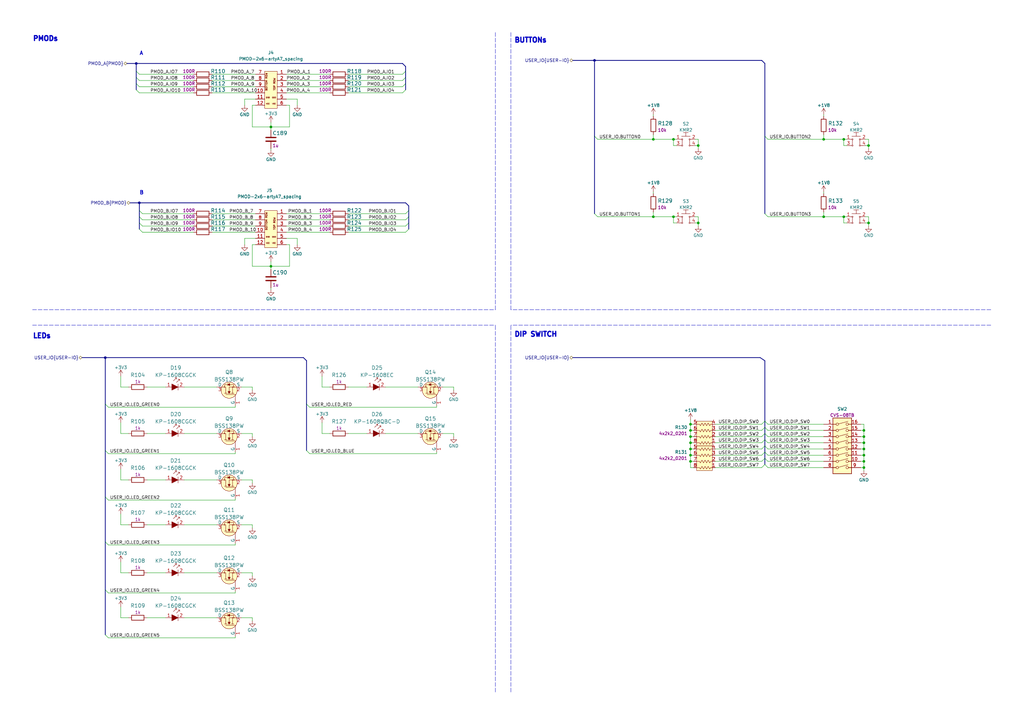
<source format=kicad_sch>
(kicad_sch (version 20211123) (generator eeschema)
  (paper "A3")
  (title_block (title "K410T devboard") (date "2022-12-20") (rev "0.0.99"))
  (junction (at 276.225 57.15))
  (junction (at 283.21 184.15))
  (junction (at 57.15 83.185))
  (junction (at 283.21 189.23))
  (junction (at 283.21 173.99))
  (junction (at 267.97 57.15))
  (junction (at 354.33 176.53))
  (junction (at 111.125 109.22))
  (junction (at 346.075 88.9))
  (junction (at 337.82 57.15))
  (junction (at 346.075 57.15))
  (junction (at 276.225 88.9))
  (junction (at 354.33 179.07))
  (junction (at 283.21 179.07))
  (junction (at 55.88 26.035))
  (junction (at 286.385 91.44))
  (junction (at 354.33 191.77))
  (junction (at 283.21 181.61))
  (junction (at 356.235 59.69))
  (junction (at 354.33 189.23))
  (junction (at 283.21 176.53))
  (junction (at 43.18 146.685))
  (junction (at 286.385 59.69))
  (junction (at 354.33 186.69))
  (junction (at 243.84 24.765))
  (junction (at 267.97 88.9))
  (junction (at 354.33 181.61))
  (junction (at 356.235 91.44))
  (junction (at 283.21 186.69))
  (junction (at 337.82 88.9))
  (junction (at 354.33 184.15))
  (junction (at 111.125 52.07))
  (bus_entry (at 55.88 36.83) (size 1.27 1.27))
  (bus_entry (at 167.64 91.44) (size -1.27 1.27))
  (bus_entry (at 125.73 165.735) (size 1.27 1.27))
  (bus_entry (at 57.15 86.36) (size 1.27 1.27))
  (bus_entry (at 55.88 29.21) (size 1.27 1.27))
  (bus_entry (at 43.18 241.935) (size 1.27 1.27))
  (bus_entry (at 313.69 190.5) (size -1.27 1.27))
  (bus_entry (at 313.69 185.42) (size 1.27 1.27))
  (bus_entry (at 313.69 177.8) (size -1.27 1.27))
  (bus_entry (at 166.37 36.83) (size -1.27 1.27))
  (bus_entry (at 55.88 31.75) (size 1.27 1.27))
  (bus_entry (at 313.69 180.34) (size -1.27 1.27))
  (bus_entry (at 166.37 31.75) (size -1.27 1.27))
  (bus_entry (at 313.69 187.96) (size 1.27 1.27))
  (bus_entry (at 313.69 180.34) (size 1.27 1.27))
  (bus_entry (at 125.73 184.785) (size 1.27 1.27))
  (bus_entry (at 313.69 175.26) (size 1.27 1.27))
  (bus_entry (at 313.69 87.63) (size 1.27 1.27))
  (bus_entry (at 55.88 34.29) (size 1.27 1.27))
  (bus_entry (at 313.69 175.26) (size -1.27 1.27))
  (bus_entry (at 167.64 86.36) (size -1.27 1.27))
  (bus_entry (at 167.64 88.9) (size -1.27 1.27))
  (bus_entry (at 166.37 29.21) (size -1.27 1.27))
  (bus_entry (at 313.69 187.96) (size -1.27 1.27))
  (bus_entry (at 313.69 172.72) (size -1.27 1.27))
  (bus_entry (at 313.69 172.72) (size 1.27 1.27))
  (bus_entry (at 313.69 182.88) (size -1.27 1.27))
  (bus_entry (at 43.18 203.835) (size 1.27 1.27))
  (bus_entry (at 43.18 260.35) (size 1.27 1.27))
  (bus_entry (at 313.69 190.5) (size 1.27 1.27))
  (bus_entry (at 313.69 182.88) (size 1.27 1.27))
  (bus_entry (at 167.64 93.98) (size -1.27 1.27))
  (bus_entry (at 43.18 222.25) (size 1.27 1.27))
  (bus_entry (at 57.15 91.44) (size 1.27 1.27))
  (bus_entry (at 313.69 55.88) (size 1.27 1.27))
  (bus_entry (at 43.18 184.785) (size 1.27 1.27))
  (bus_entry (at 313.69 185.42) (size -1.27 1.27))
  (bus_entry (at 243.84 87.63) (size 1.27 1.27))
  (bus_entry (at 313.69 177.8) (size 1.27 1.27))
  (bus_entry (at 243.84 55.88) (size 1.27 1.27))
  (bus_entry (at 166.37 34.29) (size -1.27 1.27))
  (bus_entry (at 57.15 88.9) (size 1.27 1.27))
  (bus_entry (at 43.18 165.735) (size 1.27 1.27))
  (bus_entry (at 57.15 93.98) (size 1.27 1.27))
  (wire (pts (xy 356.235 57.15) (xy 356.235 59.69)))
  (bus (pts (xy 55.88 31.75) (xy 55.88 29.21)))
  (wire (pts (xy 111.125 109.22) (xy 118.745 109.22)))
  (bus (pts (xy 43.18 184.785) (xy 43.18 203.835)))
  (wire (pts (xy 100.33 40.64) (xy 100.33 43.18)))
  (wire (pts (xy 44.45 243.205) (xy 96.52 243.205)))
  (wire (pts (xy 283.21 189.23) (xy 283.21 191.77)))
  (wire (pts (xy 354.33 173.99) (xy 354.33 176.53)))
  (bus (pts (xy 243.84 55.88) (xy 243.84 87.63)))
  (wire (pts (xy 186.055 158.75) (xy 186.055 160.02)))
  (wire (pts (xy 181.61 158.75) (xy 186.055 158.75)))
  (wire (pts (xy 142.875 90.17) (xy 166.37 90.17)))
  (bus (pts (xy 312.42 24.765) (xy 313.69 26.035)))
  (polyline (pts (xy 203.2 13.335) (xy 203.2 127)))
  (wire (pts (xy 353.06 181.61) (xy 354.33 181.61)))
  (wire (pts (xy 117.475 35.56) (xy 135.255 35.56)))
  (wire (pts (xy 44.45 205.105) (xy 96.52 205.105)))
  (wire (pts (xy 121.92 97.79) (xy 121.92 100.33)))
  (wire (pts (xy 99.06 215.265) (xy 103.505 215.265)))
  (wire (pts (xy 86.995 95.25) (xy 104.775 95.25)))
  (wire (pts (xy 58.42 87.63) (xy 79.375 87.63)))
  (wire (pts (xy 103.505 52.07) (xy 111.125 52.07)))
  (wire (pts (xy 100.33 97.79) (xy 100.33 100.33)))
  (wire (pts (xy 111.125 118.11) (xy 111.125 118.745)))
  (wire (pts (xy 284.48 191.77) (xy 283.21 191.77)))
  (polyline (pts (xy 209.55 13.335) (xy 209.55 127)))
  (wire (pts (xy 52.705 177.8) (xy 49.53 177.8)))
  (wire (pts (xy 52.705 196.85) (xy 49.53 196.85)))
  (wire (pts (xy 356.235 59.69) (xy 356.235 60.96)))
  (wire (pts (xy 117.475 87.63) (xy 135.255 87.63)))
  (wire (pts (xy 353.06 189.23) (xy 354.33 189.23)))
  (polyline (pts (xy 209.55 283.845) (xy 209.55 133.35)))
  (wire (pts (xy 118.745 100.33) (xy 117.475 100.33)))
  (wire (pts (xy 96.52 185.42) (xy 96.52 186.055)))
  (wire (pts (xy 353.06 186.69) (xy 354.33 186.69)))
  (bus (pts (xy 53.34 83.185) (xy 57.15 83.185)))
  (bus (pts (xy 43.18 203.835) (xy 43.18 222.25)))
  (wire (pts (xy 346.075 57.15) (xy 346.075 59.69)))
  (bus (pts (xy 166.37 31.75) (xy 166.37 34.29)))
  (wire (pts (xy 276.225 91.44) (xy 277.495 91.44)))
  (wire (pts (xy 284.48 189.23) (xy 283.21 189.23)))
  (wire (pts (xy 103.505 196.85) (xy 103.505 198.12)))
  (wire (pts (xy 142.875 177.8) (xy 150.495 177.8)))
  (wire (pts (xy 284.48 184.15) (xy 283.21 184.15)))
  (wire (pts (xy 354.965 91.44) (xy 356.235 91.44)))
  (wire (pts (xy 127 186.055) (xy 179.07 186.055)))
  (wire (pts (xy 103.505 158.75) (xy 103.505 160.02)))
  (wire (pts (xy 57.15 30.48) (xy 79.375 30.48)))
  (wire (pts (xy 354.33 176.53) (xy 354.33 179.07)))
  (wire (pts (xy 284.48 176.53) (xy 283.21 176.53)))
  (wire (pts (xy 337.82 55.245) (xy 337.82 57.15)))
  (bus (pts (xy 167.64 84.455) (xy 167.64 86.36)))
  (wire (pts (xy 49.53 210.82) (xy 49.53 215.265)))
  (wire (pts (xy 111.125 109.22) (xy 111.125 110.49)))
  (wire (pts (xy 52.705 253.365) (xy 49.53 253.365)))
  (polyline (pts (xy 406.4 133.35) (xy 209.55 133.35)))
  (wire (pts (xy 75.565 234.95) (xy 88.9 234.95)))
  (wire (pts (xy 267.97 86.995) (xy 267.97 88.9)))
  (wire (pts (xy 99.06 234.95) (xy 103.505 234.95)))
  (wire (pts (xy 117.475 92.71) (xy 135.255 92.71)))
  (wire (pts (xy 283.21 184.15) (xy 283.21 186.69)))
  (wire (pts (xy 117.475 90.17) (xy 135.255 90.17)))
  (bus (pts (xy 55.88 34.29) (xy 55.88 31.75)))
  (wire (pts (xy 44.45 167.005) (xy 96.52 167.005)))
  (wire (pts (xy 284.48 186.69) (xy 283.21 186.69)))
  (bus (pts (xy 124.46 146.685) (xy 125.73 147.955)))
  (wire (pts (xy 284.48 173.99) (xy 283.21 173.99)))
  (wire (pts (xy 75.565 177.8) (xy 88.9 177.8)))
  (wire (pts (xy 276.225 59.69) (xy 277.495 59.69)))
  (wire (pts (xy 104.775 40.64) (xy 100.33 40.64)))
  (wire (pts (xy 314.96 181.61) (xy 337.82 181.61)))
  (bus (pts (xy 166.37 34.29) (xy 166.37 36.83)))
  (wire (pts (xy 179.07 185.42) (xy 179.07 186.055)))
  (bus (pts (xy 313.69 187.96) (xy 313.69 190.5)))
  (wire (pts (xy 314.96 184.15) (xy 337.82 184.15)))
  (wire (pts (xy 276.225 57.15) (xy 276.225 59.69)))
  (wire (pts (xy 52.705 158.75) (xy 49.53 158.75)))
  (wire (pts (xy 293.37 179.07) (xy 312.42 179.07)))
  (wire (pts (xy 75.565 158.75) (xy 88.9 158.75)))
  (wire (pts (xy 104.775 100.33) (xy 103.505 100.33)))
  (wire (pts (xy 60.325 177.8) (xy 67.945 177.8)))
  (bus (pts (xy 313.69 182.88) (xy 313.69 180.34)))
  (wire (pts (xy 337.82 88.9) (xy 346.075 88.9)))
  (wire (pts (xy 337.82 57.15) (xy 346.075 57.15)))
  (wire (pts (xy 111.125 60.96) (xy 111.125 61.595)))
  (wire (pts (xy 86.995 87.63) (xy 104.775 87.63)))
  (wire (pts (xy 57.15 33.02) (xy 79.375 33.02)))
  (wire (pts (xy 96.52 166.37) (xy 96.52 167.005)))
  (bus (pts (xy 313.69 185.42) (xy 313.69 182.88)))
  (wire (pts (xy 354.33 184.15) (xy 354.33 186.69)))
  (wire (pts (xy 96.52 242.57) (xy 96.52 243.205)))
  (wire (pts (xy 96.52 260.985) (xy 96.52 261.62)))
  (wire (pts (xy 283.21 172.085) (xy 283.21 173.99)))
  (wire (pts (xy 127 167.005) (xy 179.07 167.005)))
  (wire (pts (xy 142.875 33.02) (xy 165.1 33.02)))
  (bus (pts (xy 243.84 24.765) (xy 243.84 55.88)))
  (wire (pts (xy 186.055 177.8) (xy 186.055 179.07)))
  (bus (pts (xy 43.18 222.25) (xy 43.18 241.935)))
  (bus (pts (xy 43.18 146.685) (xy 124.46 146.685)))
  (wire (pts (xy 245.11 57.15) (xy 267.97 57.15)))
  (bus (pts (xy 57.15 88.9) (xy 57.15 86.36)))
  (wire (pts (xy 142.875 87.63) (xy 166.37 87.63)))
  (wire (pts (xy 314.96 191.77) (xy 337.82 191.77)))
  (wire (pts (xy 354.33 186.69) (xy 354.33 189.23)))
  (wire (pts (xy 158.115 158.75) (xy 171.45 158.75)))
  (wire (pts (xy 118.745 52.07) (xy 118.745 43.18)))
  (wire (pts (xy 135.255 158.75) (xy 132.08 158.75)))
  (wire (pts (xy 347.345 57.15) (xy 346.075 57.15)))
  (bus (pts (xy 166.37 27.305) (xy 165.1 26.035)))
  (wire (pts (xy 75.565 196.85) (xy 88.9 196.85)))
  (wire (pts (xy 111.125 50.165) (xy 111.125 52.07)))
  (wire (pts (xy 60.325 196.85) (xy 67.945 196.85)))
  (wire (pts (xy 346.075 88.9) (xy 346.075 91.44)))
  (wire (pts (xy 142.875 158.75) (xy 150.495 158.75)))
  (wire (pts (xy 353.06 179.07) (xy 354.33 179.07)))
  (bus (pts (xy 55.88 36.83) (xy 55.88 34.29)))
  (bus (pts (xy 166.37 83.185) (xy 57.15 83.185)))
  (wire (pts (xy 117.475 97.79) (xy 121.92 97.79)))
  (wire (pts (xy 99.06 196.85) (xy 103.505 196.85)))
  (wire (pts (xy 293.37 191.77) (xy 312.42 191.77)))
  (wire (pts (xy 103.505 234.95) (xy 103.505 236.22)))
  (bus (pts (xy 57.15 93.98) (xy 57.15 91.44)))
  (wire (pts (xy 285.115 59.69) (xy 286.385 59.69)))
  (wire (pts (xy 96.52 222.885) (xy 96.52 223.52)))
  (wire (pts (xy 58.42 95.25) (xy 79.375 95.25)))
  (polyline (pts (xy 13.335 133.35) (xy 203.2 133.35)))
  (bus (pts (xy 43.18 146.685) (xy 43.18 165.735)))
  (bus (pts (xy 243.84 24.765) (xy 312.42 24.765)))
  (bus (pts (xy 125.73 147.955) (xy 125.73 165.735)))
  (bus (pts (xy 43.18 241.935) (xy 43.18 260.35)))
  (wire (pts (xy 314.96 57.15) (xy 337.82 57.15)))
  (bus (pts (xy 43.18 165.735) (xy 43.18 184.785)))
  (bus (pts (xy 52.07 26.035) (xy 55.88 26.035)))
  (wire (pts (xy 99.06 253.365) (xy 103.505 253.365)))
  (wire (pts (xy 283.21 179.07) (xy 283.21 181.61)))
  (wire (pts (xy 293.37 173.99) (xy 312.42 173.99)))
  (wire (pts (xy 181.61 177.8) (xy 186.055 177.8)))
  (wire (pts (xy 284.48 179.07) (xy 283.21 179.07)))
  (wire (pts (xy 293.37 184.15) (xy 312.42 184.15)))
  (wire (pts (xy 117.475 38.1) (xy 135.255 38.1)))
  (wire (pts (xy 57.15 38.1) (xy 79.375 38.1)))
  (wire (pts (xy 354.33 189.23) (xy 354.33 191.77)))
  (wire (pts (xy 99.06 158.75) (xy 103.505 158.75)))
  (wire (pts (xy 117.475 40.64) (xy 121.92 40.64)))
  (wire (pts (xy 286.385 88.9) (xy 286.385 91.44)))
  (wire (pts (xy 57.15 35.56) (xy 79.375 35.56)))
  (wire (pts (xy 103.505 100.33) (xy 103.505 109.22)))
  (bus (pts (xy 125.73 165.735) (xy 125.73 184.785)))
  (wire (pts (xy 58.42 90.17) (xy 79.375 90.17)))
  (wire (pts (xy 346.075 59.69) (xy 347.345 59.69)))
  (wire (pts (xy 283.21 173.99) (xy 283.21 176.53)))
  (wire (pts (xy 286.385 91.44) (xy 286.385 92.71)))
  (wire (pts (xy 60.325 215.265) (xy 67.945 215.265)))
  (wire (pts (xy 353.06 191.77) (xy 354.33 191.77)))
  (wire (pts (xy 314.96 176.53) (xy 337.82 176.53)))
  (wire (pts (xy 111.125 52.07) (xy 111.125 53.34)))
  (bus (pts (xy 313.69 55.88) (xy 313.69 26.035)))
  (wire (pts (xy 276.225 88.9) (xy 276.225 91.44)))
  (wire (pts (xy 283.21 176.53) (xy 283.21 179.07)))
  (wire (pts (xy 44.45 261.62) (xy 96.52 261.62)))
  (wire (pts (xy 179.07 166.37) (xy 179.07 167.005)))
  (bus (pts (xy 313.69 172.72) (xy 313.69 147.955)))
  (wire (pts (xy 353.06 173.99) (xy 354.33 173.99)))
  (wire (pts (xy 142.875 30.48) (xy 165.1 30.48)))
  (wire (pts (xy 60.325 158.75) (xy 67.945 158.75)))
  (bus (pts (xy 234.95 146.685) (xy 311.785 146.685)))
  (wire (pts (xy 132.08 154.305) (xy 132.08 158.75)))
  (wire (pts (xy 354.33 181.61) (xy 354.33 184.15)))
  (wire (pts (xy 117.475 30.48) (xy 135.255 30.48)))
  (wire (pts (xy 60.325 253.365) (xy 67.945 253.365)))
  (bus (pts (xy 165.1 26.035) (xy 55.88 26.035)))
  (wire (pts (xy 118.745 109.22) (xy 118.745 100.33)))
  (polyline (pts (xy 203.2 283.845) (xy 203.2 133.35)))
  (wire (pts (xy 103.505 177.8) (xy 103.505 179.07)))
  (wire (pts (xy 286.385 57.15) (xy 286.385 59.69)))
  (wire (pts (xy 293.37 186.69) (xy 312.42 186.69)))
  (wire (pts (xy 158.115 177.8) (xy 171.45 177.8)))
  (wire (pts (xy 347.345 88.9) (xy 346.075 88.9)))
  (wire (pts (xy 142.875 92.71) (xy 166.37 92.71)))
  (bus (pts (xy 234.95 24.765) (xy 243.84 24.765)))
  (bus (pts (xy 311.785 146.685) (xy 313.69 147.955)))
  (wire (pts (xy 99.06 177.8) (xy 103.505 177.8)))
  (wire (pts (xy 284.48 181.61) (xy 283.21 181.61)))
  (wire (pts (xy 96.52 204.47) (xy 96.52 205.105)))
  (wire (pts (xy 103.505 215.265) (xy 103.505 216.535)))
  (wire (pts (xy 52.705 215.265) (xy 49.53 215.265)))
  (wire (pts (xy 86.995 38.1) (xy 104.775 38.1)))
  (wire (pts (xy 267.97 46.99) (xy 267.97 47.625)))
  (wire (pts (xy 286.385 59.69) (xy 286.385 60.96)))
  (wire (pts (xy 52.705 234.95) (xy 49.53 234.95)))
  (wire (pts (xy 267.97 55.245) (xy 267.97 57.15)))
  (wire (pts (xy 283.21 186.69) (xy 283.21 189.23)))
  (wire (pts (xy 356.235 88.9) (xy 356.235 91.44)))
  (wire (pts (xy 86.995 30.48) (xy 104.775 30.48)))
  (wire (pts (xy 314.96 189.23) (xy 337.82 189.23)))
  (bus (pts (xy 313.69 180.34) (xy 313.69 177.8)))
  (wire (pts (xy 267.97 88.9) (xy 276.225 88.9)))
  (wire (pts (xy 142.875 95.25) (xy 166.37 95.25)))
  (bus (pts (xy 57.15 91.44) (xy 57.15 88.9)))
  (bus (pts (xy 33.655 146.685) (xy 43.18 146.685)))
  (bus (pts (xy 313.69 187.96) (xy 313.69 185.42)))
  (wire (pts (xy 118.745 43.18) (xy 117.475 43.18)))
  (bus (pts (xy 313.69 177.8) (xy 313.69 175.26)))
  (wire (pts (xy 44.45 223.52) (xy 96.52 223.52)))
  (wire (pts (xy 49.53 173.355) (xy 49.53 177.8)))
  (bus (pts (xy 313.69 175.26) (xy 313.69 172.72)))
  (wire (pts (xy 103.505 253.365) (xy 103.505 254.635)))
  (wire (pts (xy 337.82 78.74) (xy 337.82 79.375)))
  (wire (pts (xy 314.96 173.99) (xy 337.82 173.99)))
  (bus (pts (xy 166.37 29.21) (xy 166.37 31.75)))
  (wire (pts (xy 58.42 92.71) (xy 79.375 92.71)))
  (wire (pts (xy 293.37 176.53) (xy 312.42 176.53)))
  (wire (pts (xy 111.125 107.315) (xy 111.125 109.22)))
  (wire (pts (xy 111.125 52.07) (xy 118.745 52.07)))
  (wire (pts (xy 49.53 230.505) (xy 49.53 234.95)))
  (wire (pts (xy 354.33 191.77) (xy 354.33 193.04)))
  (wire (pts (xy 314.96 186.69) (xy 337.82 186.69)))
  (bus (pts (xy 167.64 91.44) (xy 167.64 93.98)))
  (wire (pts (xy 346.075 91.44) (xy 347.345 91.44)))
  (wire (pts (xy 49.53 248.92) (xy 49.53 253.365)))
  (wire (pts (xy 354.33 179.07) (xy 354.33 181.61)))
  (wire (pts (xy 267.97 78.74) (xy 267.97 79.375)))
  (wire (pts (xy 356.235 91.44) (xy 356.235 92.71)))
  (wire (pts (xy 75.565 253.365) (xy 88.9 253.365)))
  (wire (pts (xy 86.995 92.71) (xy 104.775 92.71)))
  (wire (pts (xy 86.995 90.17) (xy 104.775 90.17)))
  (wire (pts (xy 117.475 33.02) (xy 135.255 33.02)))
  (wire (pts (xy 121.92 40.64) (xy 121.92 43.18)))
  (bus (pts (xy 167.64 86.36) (xy 167.64 88.9)))
  (wire (pts (xy 132.08 173.355) (xy 132.08 177.8)))
  (wire (pts (xy 86.995 35.56) (xy 104.775 35.56)))
  (wire (pts (xy 49.53 192.405) (xy 49.53 196.85)))
  (wire (pts (xy 135.255 177.8) (xy 132.08 177.8)))
  (polyline (pts (xy 13.335 127) (xy 203.2 127)))
  (wire (pts (xy 285.115 57.15) (xy 286.385 57.15)))
  (wire (pts (xy 293.37 181.61) (xy 312.42 181.61)))
  (wire (pts (xy 337.82 86.995) (xy 337.82 88.9)))
  (wire (pts (xy 353.06 184.15) (xy 354.33 184.15)))
  (wire (pts (xy 277.495 88.9) (xy 276.225 88.9)))
  (wire (pts (xy 337.82 46.99) (xy 337.82 47.625)))
  (wire (pts (xy 285.115 88.9) (xy 286.385 88.9)))
  (wire (pts (xy 60.325 234.95) (xy 67.945 234.95)))
  (wire (pts (xy 103.505 109.22) (xy 111.125 109.22)))
  (wire (pts (xy 44.45 186.055) (xy 96.52 186.055)))
  (polyline (pts (xy 406.4 127) (xy 209.55 127)))
  (wire (pts (xy 104.775 97.79) (xy 100.33 97.79)))
  (wire (pts (xy 245.11 88.9) (xy 267.97 88.9)))
  (bus (pts (xy 57.15 86.36) (xy 57.15 83.185)))
  (bus (pts (xy 55.88 29.21) (xy 55.88 26.035)))
  (wire (pts (xy 283.21 181.61) (xy 283.21 184.15)))
  (wire (pts (xy 354.965 59.69) (xy 356.235 59.69)))
  (wire (pts (xy 49.53 154.305) (xy 49.53 158.75)))
  (wire (pts (xy 267.97 57.15) (xy 276.225 57.15)))
  (bus (pts (xy 166.37 27.305) (xy 166.37 29.21)))
  (wire (pts (xy 142.875 38.1) (xy 165.1 38.1)))
  (bus (pts (xy 167.64 88.9) (xy 167.64 91.44)))
  (wire (pts (xy 354.965 57.15) (xy 356.235 57.15)))
  (wire (pts (xy 86.995 33.02) (xy 104.775 33.02)))
  (wire (pts (xy 75.565 215.265) (xy 88.9 215.265)))
  (wire (pts (xy 277.495 57.15) (xy 276.225 57.15)))
  (wire (pts (xy 104.775 43.18) (xy 103.505 43.18)))
  (bus (pts (xy 313.69 87.63) (xy 313.69 55.88)))
  (wire (pts (xy 293.37 189.23) (xy 312.42 189.23)))
  (wire (pts (xy 117.475 95.25) (xy 135.255 95.25)))
  (wire (pts (xy 103.505 43.18) (xy 103.505 52.07)))
  (wire (pts (xy 314.96 179.07) (xy 337.82 179.07)))
  (wire (pts (xy 353.06 176.53) (xy 354.33 176.53)))
  (wire (pts (xy 314.96 88.9) (xy 337.82 88.9)))
  (bus (pts (xy 167.64 84.455) (xy 166.37 83.185)))
  (wire (pts (xy 285.115 91.44) (xy 286.385 91.44)))
  (wire (pts (xy 354.965 88.9) (xy 356.235 88.9)))
  (wire (pts (xy 142.875 35.56) (xy 165.1 35.56)))
  (text "DIP SWITCH" (at 210.82 138.43 0) (effects (font (size 2 2) (thickness 0.5994) bold) (justify left bottom)))
  (text "LEDs" (at 13.335 139.065 0) (effects (font (size 2 2) (thickness 0.5994) bold) (justify left bottom)))
  (text "A" (at 57.15 22.86 0) (effects (font (size 1.5 1.5) (thickness 0.3) bold) (justify left bottom)))
  (text "PMODs" (at 13.335 17.145 0) (effects (font (size 2 2) (thickness 0.5994) bold) (justify left bottom)))
  (text "BUTTONs" (at 210.82 17.78 0) (effects (font (size 2 2) (thickness 0.5994) bold) (justify left bottom)))
  (text "B" (at 57.15 80.01 0) (effects (font (size 1.5 1.5) (thickness 0.3) bold) (justify left bottom)))
  (label "USER_IO.DIP_SW4" (at 315.595 184.15 0))
  (label "USER_IO.LED_GREEN0" (at 45.085 167.005 0))
  (label "PMOD_A.IO1" (at 150.495 30.48 0))
  (label "USER_IO.DIP_SW4" (at 294.64 184.15 0))
  (label "PMOD_B.IO7" (at 61.595 87.63 0))
  (label "PMOD_A_7" (at 94.615 30.48 0))
  (label "PMOD_A.IO2" (at 150.495 33.02 0))
  (label "USER_IO.DIP_SW7" (at 315.595 191.77 0))
  (label "PMOD_B_10" (at 93.98 95.25 0))
  (label "USER_IO.DIP_SW6" (at 294.64 189.23 0))
  (label "PMOD_A.IO8" (at 61.595 33.02 0))
  (label "PMOD_A_1" (at 117.6788 30.48 0))
  (label "USER_IO.DIP_SW3" (at 315.595 181.61 0))
  (label "USER_IO.DIP_SW5" (at 294.64 186.69 0))
  (label "PMOD_B_4" (at 118.11 95.25 0))
  (label "PMOD_A_8" (at 94.615 33.02 0))
  (label "PMOD_B_1" (at 118.11 87.63 0))
  (label "PMOD_A_10" (at 94.615 38.1 0))
  (label "PMOD_A.IO9" (at 61.595 35.56 0))
  (label "USER_IO.BUTTON3" (at 315.595 88.9 0))
  (label "USER_IO.DIP_SW2" (at 315.595 179.07 0))
  (label "PMOD_A_3" (at 117.475 35.56 0))
  (label "USER_IO.LED_GREEN5" (at 45.085 261.62 0))
  (label "PMOD_A_4" (at 117.475 38.1 0))
  (label "PMOD_B.IO9" (at 61.595 92.71 0))
  (label "USER_IO.BUTTON2" (at 315.595 57.15 0))
  (label "USER_IO.DIP_SW7" (at 294.64 191.77 0))
  (label "PMOD_A.IO7" (at 61.595 30.48 0))
  (label "USER_IO.DIP_SW1" (at 315.595 176.53 0))
  (label "USER_IO.LED_GREEN1" (at 45.085 186.055 0))
  (label "USER_IO.BUTTON0" (at 245.745 57.15 0))
  (label "USER_IO.LED_GREEN3" (at 45.085 223.52 0))
  (label "USER_IO.LED_GREEN4" (at 45.085 243.205 0))
  (label "PMOD_A_9" (at 94.615 35.56 0))
  (label "USER_IO.DIP_SW0" (at 315.595 173.99 0))
  (label "PMOD_B_8" (at 93.98 90.17 0))
  (label "USER_IO.DIP_SW5" (at 315.595 186.69 0))
  (label "USER_IO.BUTTON1" (at 245.745 88.9 0))
  (label "PMOD_B.IO1" (at 151.13 87.63 0))
  (label "PMOD_A_2" (at 117.475 33.02 0))
  (label "PMOD_B.IO10" (at 61.595 95.25 0))
  (label "PMOD_B.IO3" (at 151.13 92.71 0))
  (label "USER_IO.DIP_SW2" (at 294.64 179.07 0))
  (label "PMOD_B.IO2" (at 151.13 90.17 0))
  (label "USER_IO.LED_BLUE" (at 127.635 186.055 0))
  (label "USER_IO.DIP_SW6" (at 315.595 189.23 0))
  (label "PMOD_B.IO4" (at 151.13 95.25 0))
  (label "PMOD_A.IO4" (at 150.495 38.1 0))
  (label "USER_IO.LED_RED" (at 127.635 167.005 0))
  (label "PMOD_A.IO3" (at 150.495 35.56 0))
  (label "PMOD_B.IO8" (at 61.595 90.17 0))
  (label "PMOD_A.IO10" (at 61.595 38.1 0))
  (label "PMOD_B_3" (at 118.11 92.71 0))
  (label "PMOD_B_9" (at 93.98 92.71 0))
  (label "USER_IO.DIP_SW3" (at 294.64 181.61 0))
  (label "USER_IO.LED_GREEN2" (at 45.085 205.105 0))
  (label "USER_IO.DIP_SW0" (at 294.64 173.99 0))
  (label "PMOD_B_7" (at 93.98 87.63 0))
  (label "USER_IO.DIP_SW1" (at 294.64 176.53 0))
  (label "PMOD_B_2" (at 118.11 90.17 0))
  (hierarchical_label "USER_IO{USER-IO}" (shape bidirectional) (at 234.95 24.765 180))
  (hierarchical_label "PMOD_A{PMOD}" (shape bidirectional) (at 52.07 26.035 180))
  (hierarchical_label "PMOD_B{PMOD}" (shape bidirectional) (at 53.34 83.185 180))
  (hierarchical_label "USER_IO{USER-IO}" (shape bidirectional) (at 33.655 146.685 180))
  (hierarchical_label "USER_IO{USER-IO}" (shape bidirectional) (at 234.95 146.685 180))
  (symbol (lib_id "antmicroResistors0402:R_1k_0402") (at 139.065 177.8 0) (unit 1)
    (property "Reference" "R127" (at 139.065 172.8561 0) (effects (font (size 1.524 1.524))))
    (property "Value" "R_1k_0402" (effects hide))
    (property "Footprint" "antmicro-footprints:0402-res" (effects hide))
    (property "Manufacturer" "BOURNS" (effects hide))
    (property "MPN" "CR0402-FX-1001GLF" (effects hide))
    (property "Val" "1k" (at 139.065 175.6212 0))
  )
  (symbol (lib_id "antmicroResistors0402:R_10k_0402") (at 267.97 83.185 270) (unit 1)
    (property "Reference" "R129" (at 269.748 82.3504 90) (effects (font (size 1.524 1.524)) (justify left)))
    (property "Value" "R_10k_0402" (effects hide))
    (property "Footprint" "antmicro-footprints:0402-res" (effects hide))
    (property "Manufacturer" "VISHAY" (effects hide))
    (property "MPN" "CRCW040210K0FKEDHP" (effects hide))
    (property "Val" "10k" (at 269.748 85.1155 90) (effects (justify left)))
  )
  (symbol (lib_id "power:+1V8") (at 337.82 78.74 0) (unit 1)
    (property "Reference" "#PWR0223" (effects hide))
    (property "Value" "+1V8" (at 337.82 74.93 0))
  )
  (symbol (lib_id "antmicroResistors0402:R_1k_0402") (at 56.515 253.365 0) (unit 1)
    (property "Reference" "R109" (at 56.515 248.4211 0) (effects (font (size 1.524 1.524))))
    (property "Value" "R_1k_0402" (effects hide))
    (property "Footprint" "antmicro-footprints:0402-res" (effects hide))
    (property "Manufacturer" "BOURNS" (effects hide))
    (property "MPN" "CR0402-FX-1001GLF" (effects hide))
    (property "Val" "1k" (at 56.515 251.1862 0))
  )
  (symbol (lib_id "antmicroLEDIndicationDiscrete:KP-1608CGCK") (at 73.025 158.75 0) (unit 1)
    (property "Reference" "D19" (at 72.0725 150.8559 0) (effects (font (size 1.524 1.524))))
    (property "Value" "KP-1608CGCK" (at 72.0725 153.8493 0) (effects (font (size 1.524 1.524))))
    (property "Footprint" "antmicro-footprints:LED_0603" (effects hide))
    (property "Datasheet" "http://www.farnell.com/datasheets/2045956.pdf" (effects hide))
    (property "MPN" "KP-1608CGCK" (effects hide))
    (property "Manufacturer" "KINGBRIGHT" (effects hide))
  )
  (symbol (lib_id "antmicroLEDIndicationDiscrete:KP-1608CGCK") (at 73.025 215.265 0) (unit 1)
    (property "Reference" "D22" (at 72.0725 207.3709 0) (effects (font (size 1.524 1.524))))
    (property "Value" "KP-1608CGCK" (at 72.0725 210.3643 0) (effects (font (size 1.524 1.524))))
    (property "Footprint" "antmicro-footprints:LED_0603" (effects hide))
    (property "Datasheet" "http://www.farnell.com/datasheets/2045956.pdf" (effects hide))
    (property "MPN" "KP-1608CGCK" (effects hide))
    (property "Manufacturer" "KINGBRIGHT" (effects hide))
  )
  (symbol (lib_id "antmicroPushbuttonSwitches:KMR2") (at 351.155 57.15 0) (unit 1)
    (property "Reference" "S4" (at 351.155 50.7832 0))
    (property "Value" "KMR2" (at 351.155 53.3201 0))
    (property "Footprint" "antmicro-footprints:SW_SPST_4.2x2.8" (effects hide))
    (property "Datasheet" "http://www.farnell.com/datasheets/2631211.pdf" (effects hide))
    (property "MPN" "KMR211NGLFS" (effects hide))
    (property "Manufacturer" "C&K Components" (effects hide))
  )
  (symbol (lib_id "antmicroResistors0402:R_1k_0402") (at 56.515 215.265 0) (unit 1)
    (property "Reference" "R107" (at 56.515 210.3211 0) (effects (font (size 1.524 1.524))))
    (property "Value" "R_1k_0402" (effects hide))
    (property "Footprint" "antmicro-footprints:0402-res" (effects hide))
    (property "Manufacturer" "BOURNS" (effects hide))
    (property "MPN" "CR0402-FX-1001GLF" (effects hide))
    (property "Val" "1k" (at 56.515 213.0862 0))
  )
  (symbol (lib_id "antmicroResistors0402:R_100R_0402") (at 139.065 90.17 180) (unit 1)
    (property "Reference" "R123" (at 142.24 88.9 0) (effects (font (size 1.524 1.524)) (justify right)))
    (property "Value" "R_100R_0402" (effects hide))
    (property "Footprint" "antmicro-footprints:0402-res" (effects hide))
    (property "Manufacturer" "BOURNS" (effects hide))
    (property "MPN" "CR0402-FX-1000GLF" (effects hide))
    (property "Val" "100R" (at 130.81 88.9 0) (effects (justify right)))
  )
  (symbol (lib_id "antmicroLEDIndicationDiscrete:KP-1608CGCK") (at 73.025 196.85 0) (unit 1)
    (property "Reference" "D21" (at 72.0725 188.9559 0) (effects (font (size 1.524 1.524))))
    (property "Value" "KP-1608CGCK" (at 72.0725 191.9493 0) (effects (font (size 1.524 1.524))))
    (property "Footprint" "antmicro-footprints:LED_0603" (effects hide))
    (property "Datasheet" "http://www.farnell.com/datasheets/2045956.pdf" (effects hide))
    (property "MPN" "KP-1608CGCK" (effects hide))
    (property "Manufacturer" "KINGBRIGHT" (effects hide))
  )
  (symbol (lib_id "power:GND") (at 286.385 92.71 0) (unit 1)
    (property "Reference" "#PWR0220" (effects hide))
    (property "Value" "GND" (at 286.385 96.52 0))
  )
  (symbol (lib_id "antmicroResistors0402:R_100R_0402") (at 83.185 33.02 180) (unit 1)
    (property "Reference" "R111" (at 86.36 31.75 0) (effects (font (size 1.524 1.524)) (justify right)))
    (property "Value" "R_100R_0402" (effects hide))
    (property "Footprint" "antmicro-footprints:0402-res" (effects hide))
    (property "Manufacturer" "BOURNS" (effects hide))
    (property "MPN" "CR0402-FX-1000GLF" (effects hide))
    (property "Val" "100R" (at 74.93 31.75 0) (effects (justify right)))
  )
  (symbol (lib_id "power:GND") (at 103.505 179.07 0) (unit 1)
    (property "Reference" "#PWR0228" (effects hide))
    (property "Value" "GND" (at 103.505 182.88 0))
  )
  (symbol (lib_id "antmicroResistors0402:R_1k_0402") (at 56.515 234.95 0) (unit 1)
    (property "Reference" "R108" (at 56.515 230.0061 0) (effects (font (size 1.524 1.524))))
    (property "Value" "R_1k_0402" (effects hide))
    (property "Footprint" "antmicro-footprints:0402-res" (effects hide))
    (property "Manufacturer" "BOURNS" (effects hide))
    (property "MPN" "CR0402-FX-1001GLF" (effects hide))
    (property "Val" "1k" (at 56.515 232.7712 0))
  )
  (symbol (lib_id "power:+3.3V") (at 49.53 173.355 0) (unit 1)
    (property "Reference" "#PWR0239" (effects hide))
    (property "Value" "+3.3V" (at 49.53 169.7792 0))
  )
  (symbol (lib_id "antmicroCapacitors0402:C_1u_0402") (at 111.125 114.3 0) (unit 1)
    (property "Reference" "C190" (at 111.76 111.76 0) (effects (font (size 1.524 1.524)) (justify left)))
    (property "Value" "C_1u_0402" (effects hide))
    (property "Footprint" "antmicro-footprints:0402-cap" (effects hide))
    (property "Manufacturer" "TDK" (effects hide))
    (property "MPN" "C1005X6S1A105K050BC" (effects hide))
    (property "Val" "1u" (at 111.76 116.84 0) (effects (justify left)))
  )
  (symbol (lib_id "antmicroResistors0402:R_10k_0402") (at 337.82 83.185 270) (unit 1)
    (property "Reference" "R133" (at 339.598 82.3504 90) (effects (font (size 1.524 1.524)) (justify left)))
    (property "Value" "R_10k_0402" (effects hide))
    (property "Footprint" "antmicro-footprints:0402-res" (effects hide))
    (property "Manufacturer" "VISHAY" (effects hide))
    (property "MPN" "CRCW040210K0FKEDHP" (effects hide))
    (property "Val" "10k" (at 339.598 85.1155 90) (effects (justify left)))
  )
  (symbol (lib_id "power:GND") (at 121.92 100.33 0) (mirror y) (unit 1)
    (property "Reference" "#PWR0245" (effects hide))
    (property "Value" "GND" (at 121.92 104.14 0))
  )
  (symbol (lib_id "power:GND") (at 103.505 160.02 0) (unit 1)
    (property "Reference" "#PWR0226" (effects hide))
    (property "Value" "GND" (at 103.505 163.83 0))
  )
  (symbol (lib_id "power:GND") (at 356.235 60.96 0) (unit 1)
    (property "Reference" "#PWR0224" (effects hide))
    (property "Value" "GND" (at 356.235 64.77 0))
  )
  (symbol (lib_id "power:+1V8") (at 283.21 172.085 0) (unit 1)
    (property "Reference" "#PWR0213" (effects hide))
    (property "Value" "+1V8" (at 283.21 168.275 0))
  )
  (symbol (lib_id "power:GND") (at 186.055 160.02 0) (unit 1)
    (property "Reference" "#PWR0215" (effects hide))
    (property "Value" "GND" (at 186.055 163.83 0))
  )
  (symbol (lib_id "antmicroResistors0402:R_1k_0402") (at 139.065 158.75 0) (unit 1)
    (property "Reference" "R126" (at 139.065 153.8061 0) (effects (font (size 1.524 1.524))))
    (property "Value" "R_1k_0402" (effects hide))
    (property "Footprint" "antmicro-footprints:0402-res" (effects hide))
    (property "Manufacturer" "BOURNS" (effects hide))
    (property "MPN" "CR0402-FX-1001GLF" (effects hide))
    (property "Val" "1k" (at 139.065 156.5712 0))
  )
  (symbol (lib_id "antmicroLEDIndicationDiscrete:KP-1608EC") (at 155.575 158.75 0) (unit 1)
    (property "Reference" "D25" (at 154.6225 150.8559 0) (effects (font (size 1.524 1.524))))
    (property "Value" "KP-1608EC" (at 154.6225 153.8493 0) (effects (font (size 1.524 1.524))))
    (property "Footprint" "antmicro-footprints:LED_0603" (effects hide))
    (property "Datasheet" "https://www.farnell.com/datasheets/1854072.pdf" (effects hide))
    (property "MPN" "KP-1608EC" (effects hide))
    (property "Manufacturer" "KINGBRIGHT" (effects hide))
  )
  (symbol (lib_id "antmicroResistors0402:R_100R_0402") (at 83.185 38.1 180) (unit 1)
    (property "Reference" "R113" (at 86.36 36.83 0) (effects (font (size 1.524 1.524)) (justify right)))
    (property "Value" "R_100R_0402" (effects hide))
    (property "Footprint" "antmicro-footprints:0402-res" (effects hide))
    (property "Manufacturer" "BOURNS" (effects hide))
    (property "MPN" "CR0402-FX-1000GLF" (effects hide))
    (property "Val" "100R" (at 74.93 36.83 0) (effects (justify right)))
  )
  (symbol (lib_id "antmicroResistors0402:R_100R_0402") (at 83.185 92.71 180) (unit 1)
    (property "Reference" "R116" (at 86.36 91.44 0) (effects (font (size 1.524 1.524)) (justify right)))
    (property "Value" "R_100R_0402" (effects hide))
    (property "Footprint" "antmicro-footprints:0402-res" (effects hide))
    (property "Manufacturer" "BOURNS" (effects hide))
    (property "MPN" "CR0402-FX-1000GLF" (effects hide))
    (property "Val" "100R" (at 74.93 91.44 0) (effects (justify right)))
  )
  (symbol (lib_id "power:+3.3V") (at 49.53 192.405 0) (unit 1)
    (property "Reference" "#PWR0240" (effects hide))
    (property "Value" "+3.3V" (at 49.53 188.8292 0))
  )
  (symbol (lib_id "power:GND") (at 121.92 43.18 0) (mirror y) (unit 1)
    (property "Reference" "#PWR0235" (effects hide))
    (property "Value" "GND" (at 121.92 46.99 0))
  )
  (symbol (lib_id "antmicroResistors0402:R_100R_0402") (at 83.185 35.56 180) (unit 1)
    (property "Reference" "R112" (at 86.36 34.29 0) (effects (font (size 1.524 1.524)) (justify right)))
    (property "Value" "R_100R_0402" (effects hide))
    (property "Footprint" "antmicro-footprints:0402-res" (effects hide))
    (property "Manufacturer" "BOURNS" (effects hide))
    (property "MPN" "CR0402-FX-1000GLF" (effects hide))
    (property "Val" "100R" (at 74.93 34.29 0) (effects (justify right)))
  )
  (symbol (lib_id "power:+3.3V") (at 49.53 248.92 0) (unit 1)
    (property "Reference" "#PWR0242" (effects hide))
    (property "Value" "+3.3V" (at 49.53 245.3442 0))
  )
  (symbol (lib_id "power:GND") (at 354.33 193.04 0) (unit 1)
    (property "Reference" "#PWR0221" (effects hide))
    (property "Value" "GND" (at 354.33 196.85 0))
  )
  (symbol (lib_id "antmicroResistors0402:R_100R_0402") (at 139.065 38.1 180) (unit 1)
    (property "Reference" "R121" (at 142.24 36.83 0) (effects (font (size 1.524 1.524)) (justify right)))
    (property "Value" "R_100R_0402" (effects hide))
    (property "Footprint" "antmicro-footprints:0402-res" (effects hide))
    (property "Manufacturer" "BOURNS" (effects hide))
    (property "MPN" "CR0402-FX-1000GLF" (effects hide))
    (property "Val" "100R" (at 130.81 36.83 0) (effects (justify right)))
  )
  (symbol (lib_id "power:GND") (at 356.235 92.71 0) (unit 1)
    (property "Reference" "#PWR0219" (effects hide))
    (property "Value" "GND" (at 356.235 96.52 0))
  )
  (symbol (lib_id "antmicroTransistorsFETsMOSFETsSingle:BSS138PW") (at 93.98 177.8 90) (unit 1)
    (property "Reference" "Q9" (at 93.98 171.6839 90) (effects (font (size 1.524 1.524))))
    (property "Value" "BSS138PW" (at 93.98 174.6773 90) (effects (font (size 1.524 1.524))))
    (property "Footprint" "antmicro-footprints:SC70-3" (effects hide))
    (property "Datasheet" "https://assets.nexperia.com/documents/data-sheet/BSS138PW.pdf" (effects hide))
    (property "MPN" "BSS138PW" (effects hide))
    (property "Manufacturer" "Nexperia" (effects hide))
  )
  (symbol (lib_id "power:GND") (at 100.33 43.18 0) (unit 1)
    (property "Reference" "#PWR0237" (effects hide))
    (property "Value" "GND" (at 100.33 46.99 0))
  )
  (symbol (lib_id "antmicroResistors0402:R_100R_0402") (at 139.065 95.25 180) (unit 1)
    (property "Reference" "R125" (at 142.24 93.98 0) (effects (font (size 1.524 1.524)) (justify right)))
    (property "Value" "R_100R_0402" (effects hide))
    (property "Footprint" "antmicro-footprints:0402-res" (effects hide))
    (property "Manufacturer" "BOURNS" (effects hide))
    (property "MPN" "CR0402-FX-1000GLF" (effects hide))
    (property "Val" "100R" (at 130.81 93.98 0) (effects (justify right)))
  )
  (symbol (lib_id "power:GND") (at 100.33 100.33 0) (unit 1)
    (property "Reference" "#PWR0246" (effects hide))
    (property "Value" "GND" (at 100.33 104.14 0))
  )
  (symbol (lib_id "antmicroResistors0402:R_1k_0402") (at 56.515 196.85 0) (unit 1)
    (property "Reference" "R106" (at 56.515 191.9061 0) (effects (font (size 1.524 1.524))))
    (property "Value" "R_1k_0402" (effects hide))
    (property "Footprint" "antmicro-footprints:0402-res" (effects hide))
    (property "Manufacturer" "BOURNS" (effects hide))
    (property "MPN" "CR0402-FX-1001GLF" (effects hide))
    (property "Val" "1k" (at 56.515 194.6712 0))
  )
  (symbol (lib_id "antmicroCapacitors0402:C_1u_0402") (at 111.125 57.15 0) (unit 1)
    (property "Reference" "C189" (at 111.76 54.61 0) (effects (font (size 1.524 1.524)) (justify left)))
    (property "Value" "C_1u_0402" (effects hide))
    (property "Footprint" "antmicro-footprints:0402-cap" (effects hide))
    (property "Manufacturer" "TDK" (effects hide))
    (property "MPN" "C1005X6S1A105K050BC" (effects hide))
    (property "Val" "1u" (at 111.76 59.69 0) (effects (justify left)))
  )
  (symbol (lib_id "power:+3.3V") (at 49.53 210.82 0) (unit 1)
    (property "Reference" "#PWR0241" (effects hide))
    (property "Value" "+3.3V" (at 49.53 207.2442 0))
  )
  (symbol (lib_id "antmicroSlideSwitches:CVS-08TB") (at 345.44 176.53 0) (unit 1)
    (property "Reference" "SW2" (at 345.44 167.7502 0))
    (property "Value" "CVS-08TB" (effects hide))
    (property "Footprint" "antmicro-footprints:SW_DIP_SPSTx08_Slide_Copal_CVS-08xB_W5.9mm_P1mm" (effects hide))
    (property "Datasheet" "https://www.mouser.pl/datasheet/2/972/cvs-1827291.pdf" (effects hide))
    (property "MPN" "CVS-08TB" (at 345.44 170.2871 0))
    (property "Manufacturer" "Nidec Copal" (effects hide))
  )
  (symbol (lib_id "antmicroTransistorsFETsMOSFETsSingle:BSS138PW") (at 176.53 158.75 90) (unit 1)
    (property "Reference" "Q14" (at 176.53 152.6339 90) (effects (font (size 1.524 1.524))))
    (property "Value" "BSS138PW" (at 176.53 155.6273 90) (effects (font (size 1.524 1.524))))
    (property "Footprint" "antmicro-footprints:SC70-3" (effects hide))
    (property "Datasheet" "https://assets.nexperia.com/documents/data-sheet/BSS138PW.pdf" (effects hide))
    (property "MPN" "BSS138PW" (effects hide))
    (property "Manufacturer" "Nexperia" (effects hide))
  )
  (symbol (lib_id "antmicroResistors0402:R_100R_0402") (at 139.065 87.63 180) (unit 1)
    (property "Reference" "R122" (at 142.24 86.36 0) (effects (font (size 1.524 1.524)) (justify right)))
    (property "Value" "R_100R_0402" (effects hide))
    (property "Footprint" "antmicro-footprints:0402-res" (effects hide))
    (property "Manufacturer" "BOURNS" (effects hide))
    (property "MPN" "CR0402-FX-1000GLF" (effects hide))
    (property "Val" "100R" (at 130.81 86.36 0) (effects (justify right)))
  )
  (symbol (lib_id "antmicroResistorNetworksArrays:4x10k_0201_array") (at 288.29 171.45 180) (unit 1)
    (property "Reference" "R130" (at 281.94 175.26 0) (effects (justify left)))
    (property "Value" "4x10k_0201_array" (effects hide))
    (property "Footprint" "antmicro-footprints:EXB18V" (effects hide))
    (property "Datasheet" "http://industrial.panasonic.com/cdbs/www-data/pdf/AOC0000/AOC0000C14.pdf" (effects hide))
    (property "MPN" "EXB-18V103JX" (effects hide))
    (property "Manufacturer" "Panasonic" (effects hide))
    (property "Val" "4x2k2_0201" (at 281.94 177.8 0) (effects (justify left)))
  )
  (symbol (lib_id "antmicroTransistorsFETsMOSFETsSingle:BSS138PW") (at 93.98 196.85 90) (unit 1)
    (property "Reference" "Q10" (at 93.98 190.7339 90) (effects (font (size 1.524 1.524))))
    (property "Value" "BSS138PW" (at 93.98 193.7273 90) (effects (font (size 1.524 1.524))))
    (property "Footprint" "antmicro-footprints:SC70-3" (effects hide))
    (property "Datasheet" "https://assets.nexperia.com/documents/data-sheet/BSS138PW.pdf" (effects hide))
    (property "MPN" "BSS138PW" (effects hide))
    (property "Manufacturer" "Nexperia" (effects hide))
  )
  (symbol (lib_id "power:GND") (at 103.505 198.12 0) (unit 1)
    (property "Reference" "#PWR0233" (effects hide))
    (property "Value" "GND" (at 103.505 201.93 0))
  )
  (symbol (lib_id "antmicroTransistorsFETsMOSFETsSingle:BSS138PW") (at 93.98 234.95 90) (unit 1)
    (property "Reference" "Q12" (at 93.98 228.8339 90) (effects (font (size 1.524 1.524))))
    (property "Value" "BSS138PW" (at 93.98 231.8273 90) (effects (font (size 1.524 1.524))))
    (property "Footprint" "antmicro-footprints:SC70-3" (effects hide))
    (property "Datasheet" "https://assets.nexperia.com/documents/data-sheet/BSS138PW.pdf" (effects hide))
    (property "MPN" "BSS138PW" (effects hide))
    (property "Manufacturer" "Nexperia" (effects hide))
  )
  (symbol (lib_id "antmicroResistors0402:R_10k_0402") (at 337.82 51.435 270) (unit 1)
    (property "Reference" "R132" (at 339.598 50.6004 90) (effects (font (size 1.524 1.524)) (justify left)))
    (property "Value" "R_10k_0402" (effects hide))
    (property "Footprint" "antmicro-footprints:0402-res" (effects hide))
    (property "Manufacturer" "VISHAY" (effects hide))
    (property "MPN" "CRCW040210K0FKEDHP" (effects hide))
    (property "Val" "10k" (at 339.598 53.3655 90) (effects (justify left)))
  )
  (symbol (lib_id "antmicroTransistorsFETsMOSFETsSingle:BSS138PW") (at 93.98 253.365 90) (unit 1)
    (property "Reference" "Q13" (at 93.98 247.2489 90) (effects (font (size 1.524 1.524))))
    (property "Value" "BSS138PW" (at 93.98 250.2423 90) (effects (font (size 1.524 1.524))))
    (property "Footprint" "antmicro-footprints:SC70-3" (effects hide))
    (property "Datasheet" "https://assets.nexperia.com/documents/data-sheet/BSS138PW.pdf" (effects hide))
    (property "MPN" "BSS138PW" (effects hide))
    (property "Manufacturer" "Nexperia" (effects hide))
  )
  (symbol (lib_id "power:+3.3V") (at 132.08 154.305 0) (unit 1)
    (property "Reference" "#PWR0230" (effects hide))
    (property "Value" "+3.3V" (at 132.08 150.7292 0))
  )
  (symbol (lib_id "power:+1V8") (at 267.97 78.74 0) (unit 1)
    (property "Reference" "#PWR0218" (effects hide))
    (property "Value" "+1V8" (at 267.97 74.93 0))
  )
  (symbol (lib_id "power:GND") (at 103.505 254.635 0) (unit 1)
    (property "Reference" "#PWR0231" (effects hide))
    (property "Value" "GND" (at 103.505 258.445 0))
  )
  (symbol (lib_id "power:+3.3V") (at 111.125 50.165 0) (unit 1)
    (property "Reference" "#PWR0238" (effects hide))
    (property "Value" "+3.3V" (at 111.125 46.5892 0))
  )
  (symbol (lib_id "power:+3.3V") (at 132.08 173.355 0) (unit 1)
    (property "Reference" "#PWR0229" (effects hide))
    (property "Value" "+3.3V" (at 132.08 169.7792 0))
  )
  (symbol (lib_id "power:GND") (at 286.385 60.96 0) (unit 1)
    (property "Reference" "#PWR0216" (effects hide))
    (property "Value" "GND" (at 286.385 64.77 0))
  )
  (symbol (lib_id "antmicroResistors0402:R_100R_0402") (at 83.185 87.63 180) (unit 1)
    (property "Reference" "R114" (at 86.36 86.36 0) (effects (font (size 1.524 1.524)) (justify right)))
    (property "Value" "R_100R_0402" (effects hide))
    (property "Footprint" "antmicro-footprints:0402-res" (effects hide))
    (property "Manufacturer" "BOURNS" (effects hide))
    (property "MPN" "CR0402-FX-1000GLF" (effects hide))
    (property "Val" "100R" (at 74.93 86.36 0) (effects (justify right)))
  )
  (symbol (lib_id "antmicroRectangularConnectorsHeadersMalePins:PMOD-2x6-artyA7_spacing") (at 108.585 44.45 0) (unit 1)
    (property "Reference" "J4" (at 111.125 21.59 0))
    (property "Value" "PMOD-2x6-artyA7_spacing" (at 111.125 24.1269 0))
    (property "Footprint" "antmicro-footprints:pmod_pin_array_6x2" (effects hide))
  )
  (symbol (lib_id "antmicroResistors0402:R_1k_0402") (at 56.515 158.75 0) (unit 1)
    (property "Reference" "R104" (at 56.515 153.8061 0) (effects (font (size 1.524 1.524))))
    (property "Value" "R_1k_0402" (effects hide))
    (property "Footprint" "antmicro-footprints:0402-res" (effects hide))
    (property "Manufacturer" "BOURNS" (effects hide))
    (property "MPN" "CR0402-FX-1001GLF" (effects hide))
    (property "Val" "1k" (at 56.515 156.5712 0))
  )
  (symbol (lib_id "antmicroResistors0402:R_100R_0402") (at 83.185 95.25 180) (unit 1)
    (property "Reference" "R117" (at 86.36 93.98 0) (effects (font (size 1.524 1.524)) (justify right)))
    (property "Value" "R_100R_0402" (effects hide))
    (property "Footprint" "antmicro-footprints:0402-res" (effects hide))
    (property "Manufacturer" "BOURNS" (effects hide))
    (property "MPN" "CR0402-FX-1000GLF" (effects hide))
    (property "Val" "100R" (at 74.93 93.98 0) (effects (justify right)))
  )
  (symbol (lib_id "antmicroPushbuttonSwitches:KMR2") (at 281.305 88.9 0) (unit 1)
    (property "Reference" "S3" (at 281.305 82.5332 0))
    (property "Value" "KMR2" (at 281.305 85.0701 0))
    (property "Footprint" "antmicro-footprints:SW_SPST_4.2x2.8" (effects hide))
    (property "Datasheet" "http://www.farnell.com/datasheets/2631211.pdf" (effects hide))
    (property "MPN" "KMR211NGLFS" (effects hide))
    (property "Manufacturer" "C&K Components" (effects hide))
  )
  (symbol (lib_id "power:GND") (at 111.125 118.745 0) (unit 1)
    (property "Reference" "#PWR0225" (effects hide))
    (property "Value" "GND" (at 111.125 122.555 0))
  )
  (symbol (lib_id "antmicroResistors0402:R_100R_0402") (at 139.065 33.02 180) (unit 1)
    (property "Reference" "R119" (at 142.24 31.75 0) (effects (font (size 1.524 1.524)) (justify right)))
    (property "Value" "R_100R_0402" (effects hide))
    (property "Footprint" "antmicro-footprints:0402-res" (effects hide))
    (property "Manufacturer" "BOURNS" (effects hide))
    (property "MPN" "CR0402-FX-1000GLF" (effects hide))
    (property "Val" "100R" (at 130.81 31.75 0) (effects (justify right)))
  )
  (symbol (lib_id "power:GND") (at 103.505 236.22 0) (unit 1)
    (property "Reference" "#PWR0232" (effects hide))
    (property "Value" "GND" (at 103.505 240.03 0))
  )
  (symbol (lib_id "antmicroTransistorsFETsMOSFETsSingle:BSS138PW") (at 93.98 215.265 90) (unit 1)
    (property "Reference" "Q11" (at 93.98 209.1489 90) (effects (font (size 1.524 1.524))))
    (property "Value" "BSS138PW" (at 93.98 212.1423 90) (effects (font (size 1.524 1.524))))
    (property "Footprint" "antmicro-footprints:SC70-3" (effects hide))
    (property "Datasheet" "https://assets.nexperia.com/documents/data-sheet/BSS138PW.pdf" (effects hide))
    (property "MPN" "BSS138PW" (effects hide))
    (property "Manufacturer" "Nexperia" (effects hide))
  )
  (symbol (lib_id "antmicroPushbuttonSwitches:KMR2") (at 281.305 57.15 0) (unit 1)
    (property "Reference" "S2" (at 281.305 50.7832 0))
    (property "Value" "KMR2" (at 281.305 53.3201 0))
    (property "Footprint" "antmicro-footprints:SW_SPST_4.2x2.8" (effects hide))
    (property "Datasheet" "http://www.farnell.com/datasheets/2631211.pdf" (effects hide))
    (property "MPN" "KMR211NGLFS" (effects hide))
    (property "Manufacturer" "C&K Components" (effects hide))
  )
  (symbol (lib_id "power:GND") (at 186.055 179.07 0) (unit 1)
    (property "Reference" "#PWR0214" (effects hide))
    (property "Value" "GND" (at 186.055 182.88 0))
  )
  (symbol (lib_id "antmicroResistorNetworksArrays:4x10k_0201_array") (at 288.29 181.61 180) (unit 1)
    (property "Reference" "R131" (at 281.94 185.42 0) (effects (justify left)))
    (property "Value" "4x10k_0201_array" (effects hide))
    (property "Footprint" "antmicro-footprints:EXB18V" (effects hide))
    (property "Datasheet" "http://industrial.panasonic.com/cdbs/www-data/pdf/AOC0000/AOC0000C14.pdf" (effects hide))
    (property "MPN" "EXB-18V103JX" (effects hide))
    (property "Manufacturer" "Panasonic" (effects hide))
    (property "Val" "4x2k2_0201" (at 281.94 187.96 0) (effects (justify left)))
  )
  (symbol (lib_id "antmicroResistors0402:R_1k_0402") (at 56.515 177.8 0) (unit 1)
    (property "Reference" "R105" (at 56.515 172.8561 0) (effects (font (size 1.524 1.524))))
    (property "Value" "R_1k_0402" (effects hide))
    (property "Footprint" "antmicro-footprints:0402-res" (effects hide))
    (property "Manufacturer" "BOURNS" (effects hide))
    (property "MPN" "CR0402-FX-1001GLF" (effects hide))
    (property "Val" "1k" (at 56.515 175.6212 0))
  )
  (symbol (lib_id "antmicroLEDIndicationDiscrete:KP-1608QBC-D") (at 155.575 177.8 0) (unit 1)
    (property "Reference" "D26" (at 154.6225 169.9059 0) (effects (font (size 1.524 1.524))))
    (property "Value" "KP-1608QBC-D" (at 154.6225 172.8993 0) (effects (font (size 1.524 1.524))))
    (property "Footprint" "antmicro-footprints:LED_0603" (effects hide))
    (property "Datasheet" "http://www.farnell.com/datasheets/2045956.pdf" (effects hide))
    (property "MPN" "KP-1608QBC-D" (effects hide))
    (property "Manufacturer" "KINGBRIGHT" (effects hide))
    (property "Color" "Blue" (effects hide))
  )
  (symbol (lib_id "power:GND") (at 111.125 61.595 0) (unit 1)
    (property "Reference" "#PWR0236" (effects hide))
    (property "Value" "GND" (at 111.125 65.405 0))
  )
  (symbol (lib_id "antmicroResistors0402:R_100R_0402") (at 83.185 90.17 180) (unit 1)
    (property "Reference" "R115" (at 86.36 88.9 0) (effects (font (size 1.524 1.524)) (justify right)))
    (property "Value" "R_100R_0402" (effects hide))
    (property "Footprint" "antmicro-footprints:0402-res" (effects hide))
    (property "Manufacturer" "BOURNS" (effects hide))
    (property "MPN" "CR0402-FX-1000GLF" (effects hide))
    (property "Val" "100R" (at 74.93 88.9 0) (effects (justify right)))
  )
  (symbol (lib_id "antmicroTransistorsFETsMOSFETsSingle:BSS138PW") (at 93.98 158.75 90) (unit 1)
    (property "Reference" "Q8" (at 93.98 152.6339 90) (effects (font (size 1.524 1.524))))
    (property "Value" "BSS138PW" (at 93.98 155.6273 90) (effects (font (size 1.524 1.524))))
    (property "Footprint" "antmicro-footprints:SC70-3" (effects hide))
    (property "Datasheet" "https://assets.nexperia.com/documents/data-sheet/BSS138PW.pdf" (effects hide))
    (property "MPN" "BSS138PW" (effects hide))
    (property "Manufacturer" "Nexperia" (effects hide))
  )
  (symbol (lib_id "power:+3.3V") (at 49.53 154.305 0) (unit 1)
    (property "Reference" "#PWR0227" (effects hide))
    (property "Value" "+3.3V" (at 49.53 150.7292 0))
  )
  (symbol (lib_id "power:+1V8") (at 267.97 46.99 0) (unit 1)
    (property "Reference" "#PWR0217" (effects hide))
    (property "Value" "+1V8" (at 267.97 43.18 0))
  )
  (symbol (lib_id "power:GND") (at 103.505 216.535 0) (unit 1)
    (property "Reference" "#PWR0234" (effects hide))
    (property "Value" "GND" (at 103.505 220.345 0))
  )
  (symbol (lib_id "antmicroResistors0402:R_100R_0402") (at 139.065 30.48 180) (unit 1)
    (property "Reference" "R118" (at 142.24 29.21 0) (effects (font (size 1.524 1.524)) (justify right)))
    (property "Value" "R_100R_0402" (effects hide))
    (property "Footprint" "antmicro-footprints:0402-res" (effects hide))
    (property "Manufacturer" "BOURNS" (effects hide))
    (property "MPN" "CR0402-FX-1000GLF" (effects hide))
    (property "Val" "100R" (at 130.81 29.21 0) (effects (justify right)))
  )
  (symbol (lib_id "antmicroTransistorsFETsMOSFETsSingle:BSS138PW") (at 176.53 177.8 90) (unit 1)
    (property "Reference" "Q15" (at 176.53 171.6839 90) (effects (font (size 1.524 1.524))))
    (property "Value" "BSS138PW" (at 176.53 174.6773 90) (effects (font (size 1.524 1.524))))
    (property "Footprint" "antmicro-footprints:SC70-3" (effects hide))
    (property "Datasheet" "https://assets.nexperia.com/documents/data-sheet/BSS138PW.pdf" (effects hide))
    (property "MPN" "BSS138PW" (effects hide))
    (property "Manufacturer" "Nexperia" (effects hide))
  )
  (symbol (lib_id "antmicroResistors0402:R_100R_0402") (at 139.065 35.56 180) (unit 1)
    (property "Reference" "R120" (at 142.24 34.29 0) (effects (font (size 1.524 1.524)) (justify right)))
    (property "Value" "R_100R_0402" (effects hide))
    (property "Footprint" "antmicro-footprints:0402-res" (effects hide))
    (property "Manufacturer" "BOURNS" (effects hide))
    (property "MPN" "CR0402-FX-1000GLF" (effects hide))
    (property "Val" "100R" (at 130.81 34.29 0) (effects (justify right)))
  )
  (symbol (lib_id "antmicroPushbuttonSwitches:KMR2") (at 351.155 88.9 0) (unit 1)
    (property "Reference" "S5" (at 351.155 82.5332 0))
    (property "Value" "KMR2" (at 351.155 85.0701 0))
    (property "Footprint" "antmicro-footprints:SW_SPST_4.2x2.8" (effects hide))
    (property "Datasheet" "http://www.farnell.com/datasheets/2631211.pdf" (effects hide))
    (property "MPN" "KMR211NGLFS" (effects hide))
    (property "Manufacturer" "C&K Components" (effects hide))
  )
  (symbol (lib_id "antmicroResistors0402:R_100R_0402") (at 139.065 92.71 180) (unit 1)
    (property "Reference" "R124" (at 142.24 91.44 0) (effects (font (size 1.524 1.524)) (justify right)))
    (property "Value" "R_100R_0402" (effects hide))
    (property "Footprint" "antmicro-footprints:0402-res" (effects hide))
    (property "Manufacturer" "BOURNS" (effects hide))
    (property "MPN" "CR0402-FX-1000GLF" (effects hide))
    (property "Val" "100R" (at 130.81 91.44 0) (effects (justify right)))
  )
  (symbol (lib_id "antmicroLEDIndicationDiscrete:KP-1608CGCK") (at 73.025 253.365 0) (unit 1)
    (property "Reference" "D24" (at 72.0725 245.4709 0) (effects (font (size 1.524 1.524))))
    (property "Value" "KP-1608CGCK" (at 72.0725 248.4643 0) (effects (font (size 1.524 1.524))))
    (property "Footprint" "antmicro-footprints:LED_0603" (effects hide))
    (property "Datasheet" "http://www.farnell.com/datasheets/2045956.pdf" (effects hide))
    (property "MPN" "KP-1608CGCK" (effects hide))
    (property "Manufacturer" "KINGBRIGHT" (effects hide))
  )
  (symbol (lib_id "power:+3.3V") (at 111.125 107.315 0) (unit 1)
    (property "Reference" "#PWR0244" (effects hide))
    (property "Value" "+3.3V" (at 111.125 103.7392 0))
  )
  (symbol (lib_id "antmicroLEDIndicationDiscrete:KP-1608CGCK") (at 73.025 234.95 0) (unit 1)
    (property "Reference" "D23" (at 72.0725 227.0559 0) (effects (font (size 1.524 1.524))))
    (property "Value" "KP-1608CGCK" (at 72.0725 230.0493 0) (effects (font (size 1.524 1.524))))
    (property "Footprint" "antmicro-footprints:LED_0603" (effects hide))
    (property "Datasheet" "http://www.farnell.com/datasheets/2045956.pdf" (effects hide))
    (property "MPN" "KP-1608CGCK" (effects hide))
    (property "Manufacturer" "KINGBRIGHT" (effects hide))
  )
  (symbol (lib_id "power:+3.3V") (at 49.53 230.505 0) (unit 1)
    (property "Reference" "#PWR0243" (effects hide))
    (property "Value" "+3.3V" (at 49.53 226.9292 0))
  )
  (symbol (lib_id "antmicroResistors0402:R_100R_0402") (at 83.185 30.48 180) (unit 1)
    (property "Reference" "R110" (at 86.36 29.21 0) (effects (font (size 1.524 1.524)) (justify right)))
    (property "Value" "R_100R_0402" (effects hide))
    (property "Footprint" "antmicro-footprints:0402-res" (effects hide))
    (property "Manufacturer" "BOURNS" (effects hide))
    (property "MPN" "CR0402-FX-1000GLF" (effects hide))
    (property "Val" "100R" (at 74.93 29.21 0) (effects (justify right)))
  )
  (symbol (lib_id "antmicroRectangularConnectorsHeadersMalePins:PMOD-2x6-artyA7_spacing") (at 108.585 101.6 0) (unit 1)
    (property "Reference" "J5" (at 110.49 78.105 0))
    (property "Value" "PMOD-2x6-artyA7_spacing" (at 110.49 80.6419 0))
    (property "Footprint" "antmicro-footprints:pmod_pin_array_6x2" (effects hide))
  )
  (symbol (lib_id "antmicroResistors0402:R_10k_0402") (at 267.97 51.435 270) (unit 1)
    (property "Reference" "R128" (at 269.748 50.6004 90) (effects (font (size 1.524 1.524)) (justify left)))
    (property "Value" "R_10k_0402" (effects hide))
    (property "Footprint" "antmicro-footprints:0402-res" (effects hide))
    (property "Manufacturer" "VISHAY" (effects hide))
    (property "MPN" "CRCW040210K0FKEDHP" (effects hide))
    (property "Val" "10k" (at 269.748 53.3655 90) (effects (justify left)))
  )
  (symbol (lib_id "power:+1V8") (at 337.82 46.99 0) (unit 1)
    (property "Reference" "#PWR0222" (effects hide))
    (property "Value" "+1V8" (at 337.82 43.18 0))
  )
  (symbol (lib_id "antmicroLEDIndicationDiscrete:KP-1608CGCK") (at 73.025 177.8 0) (unit 1)
    (property "Reference" "D20" (at 72.0725 169.9059 0) (effects (font (size 1.524 1.524))))
    (property "Value" "KP-1608CGCK" (at 72.0725 172.8993 0) (effects (font (size 1.524 1.524))))
    (property "Footprint" "antmicro-footprints:LED_0603" (effects hide))
    (property "Datasheet" "http://www.farnell.com/datasheets/2045956.pdf" (effects hide))
    (property "MPN" "KP-1608CGCK" (effects hide))
    (property "Manufacturer" "KINGBRIGHT" (effects hide))
  )
)
</source>
